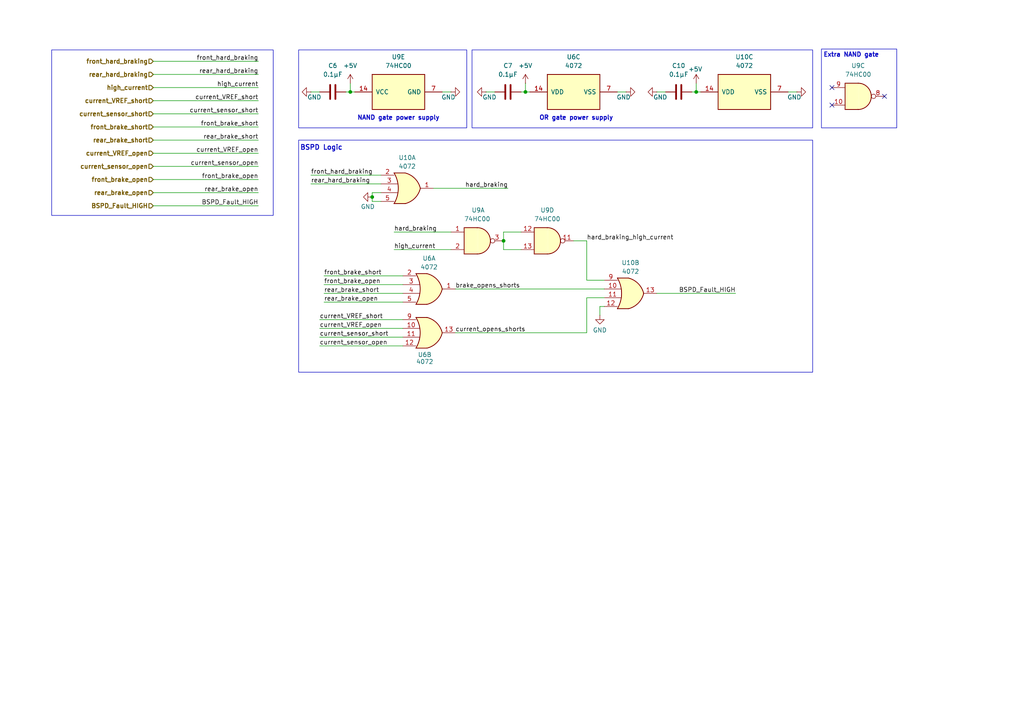
<source format=kicad_sch>
(kicad_sch (version 20231120) (generator "eeschema") (generator_version "8.0")
  (paper "A4")
  (lib_symbols
    (symbol "4xxx:4072" (pin_names (offset 1.016))
      (property "Reference" "U" (at 0 1.27 0))
      (property "Value" "4072" (at 0 -1.27 0))
      (symbol "4072_1_1"
        (arc (start -3.81 -4.445) (mid -2.5908 0) (end -3.81 4.445) (stroke (width 0.254)))
        (arc (start -0.6096 -4.445) (mid 2.2246 -2.8422) (end 3.81 0) (stroke (width 0.254)) (fill (type background)))
        (polyline (pts (xy -3.81 -4.445) (xy -0.635 -4.445)) (stroke (width 0.254)) (fill (type background)))
        (polyline (pts (xy -3.81 4.445) (xy -0.635 4.445)) (stroke (width 0.254)) (fill (type background)))
        (polyline (pts (xy -0.635 4.445) (xy -3.81 4.445) (xy -3.81 4.445) (xy -3.6322 4.0894) (xy -3.0988 2.921) (xy -2.7686 1.6764) (xy -2.6162 0.4318) (xy -2.6416 -0.8636) (xy -2.8702 -2.1082) (xy -3.2512 -3.3274) (xy -3.81 -4.445) (xy -3.81 -4.445) (xy -0.635 -4.445)) (stroke (width -25.4)) (fill (type background)))
        (arc (start 3.81 0) (mid 2.2204 2.8379) (end -0.6096 4.445) (stroke (width 0.254)) (fill (type background)))
        (pin output line (at 7.62 0 180) (length 3.81) (name "~") (number "1"))
        (pin input line (at -7.62 3.81 0) (length 3.81) (name "~") (number "2"))
        (pin input line (at -7.62 1.27 0) (length 4.826) (name "~") (number "3"))
        (pin input line (at -7.62 -1.27 0) (length 4.826) (name "~") (number "4"))
        (pin input line (at -7.62 -3.81 0) (length 3.81) (name "~") (number "5"))
      )
      (symbol "4072_1_2"
        (arc (start -0.635 -4.445) (mid 3.7907 0) (end -0.635 4.445) (stroke (width 0.254)) (fill (type background)))
        (polyline (pts (xy -0.635 4.445) (xy -3.81 4.445) (xy -3.81 -4.445) (xy -0.635 -4.445)) (stroke (width 0.254)) (fill (type background)))
        (pin output inverted (at 7.62 0 180) (length 3.81) (name "~") (number "1"))
        (pin input inverted (at -7.62 3.81 0) (length 3.81) (name "~") (number "2"))
        (pin input inverted (at -7.62 1.27 0) (length 3.81) (name "~") (number "3"))
        (pin input inverted (at -7.62 -1.27 0) (length 3.81) (name "~") (number "4"))
        (pin input inverted (at -7.62 -3.81 0) (length 3.81) (name "~") (number "5"))
      )
      (symbol "4072_2_1"
        (arc (start -3.81 -4.445) (mid -2.5908 0) (end -3.81 4.445) (stroke (width 0.254)))
        (arc (start -0.6096 -4.445) (mid 2.2246 -2.8422) (end 3.81 0) (stroke (width 0.254)) (fill (type background)))
        (polyline (pts (xy -3.81 -4.445) (xy -0.635 -4.445)) (stroke (width 0.254)) (fill (type background)))
        (polyline (pts (xy -3.81 4.445) (xy -0.635 4.445)) (stroke (width 0.254)) (fill (type background)))
        (polyline (pts (xy -0.635 4.445) (xy -3.81 4.445) (xy -3.81 4.445) (xy -3.6322 4.0894) (xy -3.0988 2.921) (xy -2.7686 1.6764) (xy -2.6162 0.4318) (xy -2.6416 -0.8636) (xy -2.8702 -2.1082) (xy -3.2512 -3.3274) (xy -3.81 -4.445) (xy -3.81 -4.445) (xy -0.635 -4.445)) (stroke (width -25.4)) (fill (type background)))
        (arc (start 3.81 0) (mid 2.2204 2.8379) (end -0.6096 4.445) (stroke (width 0.254)) (fill (type background)))
        (pin input line (at -7.62 1.27 0) (length 4.826) (name "~") (number "10"))
        (pin input line (at -7.62 -1.27 0) (length 4.826) (name "~") (number "11"))
        (pin input line (at -7.62 -3.81 0) (length 3.81) (name "~") (number "12"))
        (pin output line (at 7.62 0 180) (length 3.81) (name "~") (number "13"))
        (pin input line (at -7.62 3.81 0) (length 3.81) (name "~") (number "9"))
      )
      (symbol "4072_2_2"
        (arc (start -0.635 -4.445) (mid 3.7907 0) (end -0.635 4.445) (stroke (width 0.254)) (fill (type background)))
        (polyline (pts (xy -0.635 4.445) (xy -3.81 4.445) (xy -3.81 -4.445) (xy -0.635 -4.445)) (stroke (width 0.254)) (fill (type background)))
        (pin input inverted (at -7.62 1.27 0) (length 3.81) (name "~") (number "10"))
        (pin input inverted (at -7.62 -1.27 0) (length 3.81) (name "~") (number "11"))
        (pin input inverted (at -7.62 -3.81 0) (length 3.81) (name "~") (number "12"))
        (pin output inverted (at 7.62 0 180) (length 3.81) (name "~") (number "13"))
        (pin input inverted (at -7.62 3.81 0) (length 3.81) (name "~") (number "9"))
      )
      (symbol "4072_3_0"
        (pin power_in line (at 0 12.7 270) (length 5.08) (name "VDD") (number "14"))
        (pin power_in line (at 0 -12.7 90) (length 5.08) (name "VSS") (number "7"))
      )
      (symbol "4072_3_1"
        (rectangle (start -5.08 7.62) (end 5.08 -7.62) (stroke (width 0.254)) (fill (type background)))
      )
    )
    (symbol "74xx:74HC00" (pin_names (offset 1.016))
      (property "Reference" "U" (at 0 1.27 0))
      (property "Value" "74HC00" (at 0 -1.27 0))
      (symbol "74HC00_1_1"
        (arc (start 0 -3.81) (mid 3.7934 0) (end 0 3.81) (stroke (width 0.254)) (fill (type background)))
        (polyline (pts (xy 0 3.81) (xy -3.81 3.81) (xy -3.81 -3.81) (xy 0 -3.81)) (stroke (width 0.254)) (fill (type background)))
        (pin input line (at -7.62 2.54 0) (length 3.81) (name "~") (number "1"))
        (pin input line (at -7.62 -2.54 0) (length 3.81) (name "~") (number "2"))
        (pin output inverted (at 7.62 0 180) (length 3.81) (name "~") (number "3"))
      )
      (symbol "74HC00_1_2"
        (arc (start -3.81 -3.81) (mid -2.589 0) (end -3.81 3.81) (stroke (width 0.254)))
        (arc (start -0.6096 -3.81) (mid 2.1842 -2.5851) (end 3.81 0) (stroke (width 0.254)) (fill (type background)))
        (polyline (pts (xy -3.81 -3.81) (xy -0.635 -3.81)) (stroke (width 0.254)) (fill (type background)))
        (polyline (pts (xy -3.81 3.81) (xy -0.635 3.81)) (stroke (width 0.254)) (fill (type background)))
        (polyline (pts (xy -0.635 3.81) (xy -3.81 3.81) (xy -3.81 3.81) (xy -3.556 3.4036) (xy -3.0226 2.2606) (xy -2.6924 1.0414) (xy -2.6162 -0.254) (xy -2.7686 -1.4986) (xy -3.175 -2.7178) (xy -3.81 -3.81) (xy -3.81 -3.81) (xy -0.635 -3.81)) (stroke (width -25.4)) (fill (type background)))
        (arc (start 3.81 0) (mid 2.1915 2.5936) (end -0.6096 3.81) (stroke (width 0.254)) (fill (type background)))
        (pin input inverted (at -7.62 2.54 0) (length 4.318) (name "~") (number "1"))
        (pin input inverted (at -7.62 -2.54 0) (length 4.318) (name "~") (number "2"))
        (pin output line (at 7.62 0 180) (length 3.81) (name "~") (number "3"))
      )
      (symbol "74HC00_2_1"
        (arc (start 0 -3.81) (mid 3.7934 0) (end 0 3.81) (stroke (width 0.254)) (fill (type background)))
        (polyline (pts (xy 0 3.81) (xy -3.81 3.81) (xy -3.81 -3.81) (xy 0 -3.81)) (stroke (width 0.254)) (fill (type background)))
        (pin input line (at -7.62 2.54 0) (length 3.81) (name "~") (number "4"))
        (pin input line (at -7.62 -2.54 0) (length 3.81) (name "~") (number "5"))
        (pin output inverted (at 7.62 0 180) (length 3.81) (name "~") (number "6"))
      )
      (symbol "74HC00_2_2"
        (arc (start -3.81 -3.81) (mid -2.589 0) (end -3.81 3.81) (stroke (width 0.254)))
        (arc (start -0.6096 -3.81) (mid 2.1842 -2.5851) (end 3.81 0) (stroke (width 0.254)) (fill (type background)))
        (polyline (pts (xy -3.81 -3.81) (xy -0.635 -3.81)) (stroke (width 0.254)) (fill (type background)))
        (polyline (pts (xy -3.81 3.81) (xy -0.635 3.81)) (stroke (width 0.254)) (fill (type background)))
        (polyline (pts (xy -0.635 3.81) (xy -3.81 3.81) (xy -3.81 3.81) (xy -3.556 3.4036) (xy -3.0226 2.2606) (xy -2.6924 1.0414) (xy -2.6162 -0.254) (xy -2.7686 -1.4986) (xy -3.175 -2.7178) (xy -3.81 -3.81) (xy -3.81 -3.81) (xy -0.635 -3.81)) (stroke (width -25.4)) (fill (type background)))
        (arc (start 3.81 0) (mid 2.1915 2.5936) (end -0.6096 3.81) (stroke (width 0.254)) (fill (type background)))
        (pin input inverted (at -7.62 2.54 0) (length 4.318) (name "~") (number "4"))
        (pin input inverted (at -7.62 -2.54 0) (length 4.318) (name "~") (number "5"))
        (pin output line (at 7.62 0 180) (length 3.81) (name "~") (number "6"))
      )
      (symbol "74HC00_3_1"
        (arc (start 0 -3.81) (mid 3.7934 0) (end 0 3.81) (stroke (width 0.254)) (fill (type background)))
        (polyline (pts (xy 0 3.81) (xy -3.81 3.81) (xy -3.81 -3.81) (xy 0 -3.81)) (stroke (width 0.254)) (fill (type background)))
        (pin input line (at -7.62 -2.54 0) (length 3.81) (name "~") (number "10"))
        (pin output inverted (at 7.62 0 180) (length 3.81) (name "~") (number "8"))
        (pin input line (at -7.62 2.54 0) (length 3.81) (name "~") (number "9"))
      )
      (symbol "74HC00_3_2"
        (arc (start -3.81 -3.81) (mid -2.589 0) (end -3.81 3.81) (stroke (width 0.254)))
        (arc (start -0.6096 -3.81) (mid 2.1842 -2.5851) (end 3.81 0) (stroke (width 0.254)) (fill (type background)))
        (polyline (pts (xy -3.81 -3.81) (xy -0.635 -3.81)) (stroke (width 0.254)) (fill (type background)))
        (polyline (pts (xy -3.81 3.81) (xy -0.635 3.81)) (stroke (width 0.254)) (fill (type background)))
        (polyline (pts (xy -0.635 3.81) (xy -3.81 3.81) (xy -3.81 3.81) (xy -3.556 3.4036) (xy -3.0226 2.2606) (xy -2.6924 1.0414) (xy -2.6162 -0.254) (xy -2.7686 -1.4986) (xy -3.175 -2.7178) (xy -3.81 -3.81) (xy -3.81 -3.81) (xy -0.635 -3.81)) (stroke (width -25.4)) (fill (type background)))
        (arc (start 3.81 0) (mid 2.1915 2.5936) (end -0.6096 3.81) (stroke (width 0.254)) (fill (type background)))
        (pin input inverted (at -7.62 -2.54 0) (length 4.318) (name "~") (number "10"))
        (pin output line (at 7.62 0 180) (length 3.81) (name "~") (number "8"))
        (pin input inverted (at -7.62 2.54 0) (length 4.318) (name "~") (number "9"))
      )
      (symbol "74HC00_4_1"
        (arc (start 0 -3.81) (mid 3.7934 0) (end 0 3.81) (stroke (width 0.254)) (fill (type background)))
        (polyline (pts (xy 0 3.81) (xy -3.81 3.81) (xy -3.81 -3.81) (xy 0 -3.81)) (stroke (width 0.254)) (fill (type background)))
        (pin output inverted (at 7.62 0 180) (length 3.81) (name "~") (number "11"))
        (pin input line (at -7.62 2.54 0) (length 3.81) (name "~") (number "12"))
        (pin input line (at -7.62 -2.54 0) (length 3.81) (name "~") (number "13"))
      )
      (symbol "74HC00_4_2"
        (arc (start -3.81 -3.81) (mid -2.589 0) (end -3.81 3.81) (stroke (width 0.254)))
        (arc (start -0.6096 -3.81) (mid 2.1842 -2.5851) (end 3.81 0) (stroke (width 0.254)) (fill (type background)))
        (polyline (pts (xy -3.81 -3.81) (xy -0.635 -3.81)) (stroke (width 0.254)) (fill (type background)))
        (polyline (pts (xy -3.81 3.81) (xy -0.635 3.81)) (stroke (width 0.254)) (fill (type background)))
        (polyline (pts (xy -0.635 3.81) (xy -3.81 3.81) (xy -3.81 3.81) (xy -3.556 3.4036) (xy -3.0226 2.2606) (xy -2.6924 1.0414) (xy -2.6162 -0.254) (xy -2.7686 -1.4986) (xy -3.175 -2.7178) (xy -3.81 -3.81) (xy -3.81 -3.81) (xy -0.635 -3.81)) (stroke (width -25.4)) (fill (type background)))
        (arc (start 3.81 0) (mid 2.1915 2.5936) (end -0.6096 3.81) (stroke (width 0.254)) (fill (type background)))
        (pin output line (at 7.62 0 180) (length 3.81) (name "~") (number "11"))
        (pin input inverted (at -7.62 2.54 0) (length 4.318) (name "~") (number "12"))
        (pin input inverted (at -7.62 -2.54 0) (length 4.318) (name "~") (number "13"))
      )
      (symbol "74HC00_5_0"
        (pin power_in line (at 0 12.7 270) (length 5.08) (name "VCC") (number "14"))
        (pin power_in line (at 0 -12.7 90) (length 5.08) (name "GND") (number "7"))
      )
      (symbol "74HC00_5_1"
        (rectangle (start -5.08 7.62) (end 5.08 -7.62) (stroke (width 0.254)) (fill (type background)))
      )
    )
    (symbol "Device:C" (pin_numbers hide) (pin_names (offset 0.254))
      (property "Reference" "C" (at 0.635 2.54 0))
      (property "Value" "C" (at 0.635 -2.54 0))
      (symbol "C_0_1"
        (polyline (pts (xy -2.032 -0.762) (xy 2.032 -0.762)) (stroke (width 0.508)))
        (polyline (pts (xy -2.032 0.762) (xy 2.032 0.762)) (stroke (width 0.508)))
      )
      (symbol "C_1_1"
        (pin passive line (at 0 3.81 270) (length 2.794) (name "~") (number "1"))
        (pin passive line (at 0 -3.81 90) (length 2.794) (name "~") (number "2"))
      )
    )
    (symbol "power:+5V" (power) (pin_numbers hide) (pin_names (offset 0) hide)
      (property "Value" "+5V" (at 0 3.556 0))
      (symbol "+5V_0_1"
        (polyline (pts (xy -0.762 1.27) (xy 0 2.54)))
        (polyline (pts (xy 0 0) (xy 0 2.54)))
        (polyline (pts (xy 0 2.54) (xy 0.762 1.27)))
      )
      (symbol "+5V_1_1"
        (pin power_in line (at 0 0 90) (length 0) (name "~") (number "1"))
      )
    )
    (symbol "power:GND" (power) (pin_numbers hide) (pin_names (offset 0) hide)
      (property "Value" "GND" (at 0 -3.81 0))
      (symbol "GND_0_1"
        (polyline (pts (xy 0 0) (xy 0 -1.27) (xy 1.27 -1.27) (xy 0 -2.54) (xy -1.27 -1.27) (xy 0 -1.27)))
      )
      (symbol "GND_1_1"
        (pin power_in line (at 0 0 270) (length 0) (name "~") (number "1"))
      )
    )
  )
  (junction (at 107.95 57.15))
  (junction (at 101.6 26.67))
  (junction (at 201.93 26.67))
  (junction (at 146.05 69.85))
  (junction (at 152.4 26.67))
  (no_connect (at 241.3 30.48))
  (no_connect (at 241.3 25.4))
  (no_connect (at 256.54 27.94))
  (wire (pts (xy 44.45 52.07) (xy 74.93 52.07)))
  (wire (pts (xy 140.97 26.67) (xy 143.51 26.67)))
  (wire (pts (xy 44.45 40.64) (xy 74.93 40.64)))
  (wire (pts (xy 44.45 33.02) (xy 74.93 33.02)))
  (wire (pts (xy 92.71 100.33) (xy 116.84 100.33)))
  (wire (pts (xy 107.95 58.42) (xy 107.95 57.15)))
  (wire (pts (xy 90.17 53.34) (xy 110.49 53.34)))
  (wire (pts (xy 170.18 69.85) (xy 170.18 81.28)))
  (wire (pts (xy 114.3 67.31) (xy 130.81 67.31)))
  (wire (pts (xy 151.13 67.31) (xy 146.05 67.31)))
  (wire (pts (xy 93.98 82.55) (xy 116.84 82.55)))
  (wire (pts (xy 125.73 54.61) (xy 147.32 54.61)))
  (wire (pts (xy 170.18 81.28) (xy 175.26 81.28)))
  (wire (pts (xy 175.26 88.9) (xy 173.99 88.9)))
  (wire (pts (xy 166.37 69.85) (xy 170.18 69.85)))
  (wire (pts (xy 44.45 48.26) (xy 74.93 48.26)))
  (wire (pts (xy 128.27 26.67) (xy 130.81 26.67)))
  (wire (pts (xy 170.18 86.36) (xy 175.26 86.36)))
  (wire (pts (xy 93.98 85.09) (xy 116.84 85.09)))
  (wire (pts (xy 110.49 58.42) (xy 107.95 58.42)))
  (wire (pts (xy 101.6 24.13) (xy 101.6 26.67)))
  (wire (pts (xy 44.45 25.4) (xy 74.93 25.4)))
  (wire (pts (xy 44.45 44.45) (xy 74.93 44.45)))
  (wire (pts (xy 107.95 55.88) (xy 107.95 57.15)))
  (wire (pts (xy 114.3 72.39) (xy 130.81 72.39)))
  (wire (pts (xy 152.4 24.13) (xy 152.4 26.67)))
  (wire (pts (xy 90.17 50.8) (xy 110.49 50.8)))
  (wire (pts (xy 44.45 59.69) (xy 74.93 59.69)))
  (wire (pts (xy 151.13 26.67) (xy 152.4 26.67)))
  (wire (pts (xy 92.71 92.71) (xy 116.84 92.71)))
  (wire (pts (xy 93.98 87.63) (xy 116.84 87.63)))
  (wire (pts (xy 201.93 26.67) (xy 203.2 26.67)))
  (wire (pts (xy 44.45 55.88) (xy 74.93 55.88)))
  (wire (pts (xy 146.05 67.31) (xy 146.05 69.85)))
  (wire (pts (xy 93.98 80.01) (xy 116.84 80.01)))
  (wire (pts (xy 110.49 55.88) (xy 107.95 55.88)))
  (wire (pts (xy 44.45 36.83) (xy 74.93 36.83)))
  (wire (pts (xy 228.6 26.67) (xy 231.14 26.67)))
  (wire (pts (xy 44.45 17.78) (xy 74.93 17.78)))
  (wire (pts (xy 44.45 29.21) (xy 74.93 29.21)))
  (wire (pts (xy 146.05 69.85) (xy 146.05 72.39)))
  (wire (pts (xy 173.99 88.9) (xy 173.99 91.44)))
  (wire (pts (xy 44.45 21.59) (xy 74.93 21.59)))
  (wire (pts (xy 100.33 26.67) (xy 101.6 26.67)))
  (wire (pts (xy 181.61 26.67) (xy 179.07 26.67)))
  (wire (pts (xy 152.4 26.67) (xy 153.67 26.67)))
  (wire (pts (xy 190.5 26.67) (xy 193.04 26.67)))
  (wire (pts (xy 146.05 72.39) (xy 151.13 72.39)))
  (wire (pts (xy 132.08 83.82) (xy 175.26 83.82)))
  (wire (pts (xy 92.71 95.25) (xy 116.84 95.25)))
  (wire (pts (xy 90.17 26.67) (xy 92.71 26.67)))
  (wire (pts (xy 132.08 96.52) (xy 170.18 96.52)))
  (wire (pts (xy 170.18 96.52) (xy 170.18 86.36)))
  (wire (pts (xy 200.66 26.67) (xy 201.93 26.67)))
  (wire (pts (xy 201.93 24.13) (xy 201.93 26.67)))
  (wire (pts (xy 92.71 97.79) (xy 116.84 97.79)))
  (wire (pts (xy 101.6 26.67) (xy 102.87 26.67)))
  (wire (pts (xy 213.36 85.09) (xy 190.5 85.09)))
  (rectangle (start 238.252 14.224) (end 260.096 37.084))
  (rectangle (start 136.906 14.478) (end 235.712 37.084))
  (rectangle (start 86.614 14.478) (end 135.382 37.084))
  (rectangle (start 86.614 40.64) (end 235.712 107.95))
  (rectangle (start 14.986 14.478) (end 79.248 62.484))
  (text "BSPD Logic" (at 93.218 42.926 0) (effects (font (size 1.397 1.397) (thickness 0.254) (bold yes))))
  (text "Extra NAND gate" (at 246.888 16.002 0) (effects (font (size 1.27 1.27) (thickness 0.254) (bold yes))))
  (text "OR gate power supply" (at 167.132 34.29 0) (effects (font (size 1.27 1.27) (thickness 0.254) (bold yes))))
  (text "NAND gate power supply" (at 115.57 34.29 0) (effects (font (size 1.27 1.27) (thickness 0.254) (bold yes))))
  (label "front_brake_short" (at 93.98 80.01 0) (effects (font (thickness 0.1588))))
  (label "current_VREF_short" (at 74.93 29.21 180) (effects (font (thickness 0.1588))))
  (label "front_brake_open" (at 74.93 52.07 180))
  (label "BSPD_Fault_HIGH" (at 74.93 59.69 180))
  (label "current_VREF_open" (at 92.71 95.25 0))
  (label "high_current" (at 114.3 72.39 0) (effects (font (thickness 0.1588))))
  (label "current_sensor_open" (at 74.93 48.26 180))
  (label "hard_braking" (at 114.3 67.31 0) (effects (font (thickness 0.1588))))
  (label "current_VREF_open" (at 74.93 44.45 180))
  (label "hard_braking" (at 147.32 54.61 180) (effects (font (thickness 0.1588))))
  (label "front_hard_braking" (at 90.17 50.8 0) (effects (font (thickness 0.1588))))
  (label "rear_hard_braking" (at 90.17 53.34 0) (effects (font (thickness 0.1588))))
  (label "current_VREF_short" (at 92.71 92.71 0) (effects (font (thickness 0.1588))))
  (label "current_opens_shorts" (at 132.08 96.52 0))
  (label "current_sensor_short" (at 92.71 97.79 0) (effects (font (thickness 0.1588))))
  (label "current_sensor_short" (at 74.93 33.02 180) (effects (font (thickness 0.1588))))
  (label "front_brake_open" (at 93.98 82.55 0))
  (label "rear_brake_open" (at 74.93 55.88 180))
  (label "brake_opens_shorts" (at 132.08 83.82 0))
  (label "front_hard_braking" (at 74.93 17.78 180) (effects (font (thickness 0.1588))))
  (label "rear_brake_open" (at 93.98 87.63 0))
  (label "front_brake_short" (at 74.93 36.83 180) (effects (font (thickness 0.1588))))
  (label "high_current" (at 74.93 25.4 180) (effects (font (thickness 0.1588))))
  (label "current_sensor_open" (at 92.71 100.33 0))
  (label "BSPD_Fault_HIGH" (at 213.36 85.09 180))
  (label "rear_brake_short" (at 74.93 40.64 180))
  (label "hard_braking_high_current" (at 170.18 69.85 0))
  (label "rear_hard_braking" (at 74.93 21.59 180) (effects (font (thickness 0.1588))))
  (label "rear_brake_short" (at 93.98 85.09 0))
  (hierarchical_label "BSPD_Fault_HIGH" (shape input) (at 44.45 59.69 180) (effects (font (thickness 0.254) (bold yes))))
  (hierarchical_label "rear_hard_braking" (shape input) (at 44.45 21.59 180) (effects (font (thickness 0.254) (bold yes))))
  (hierarchical_label "rear_brake_short" (shape input) (at 44.45 40.64 180) (effects (font (thickness 0.254) (bold yes))))
  (hierarchical_label "front_brake_short" (shape input) (at 44.45 36.83 180) (effects (font (thickness 0.254) (bold yes))))
  (hierarchical_label "current_sensor_open" (shape input) (at 44.45 48.26 180) (effects (font (thickness 0.254) (bold yes))))
  (hierarchical_label "current_VREF_open" (shape input) (at 44.45 44.45 180) (effects (font (thickness 0.254) (bold yes))))
  (hierarchical_label "rear_brake_open" (shape input) (at 44.45 55.88 180) (effects (font (thickness 0.254) (bold yes))))
  (hierarchical_label "current_sensor_short" (shape input) (at 44.45 33.02 180) (effects (font (thickness 0.254) (bold yes))))
  (hierarchical_label "current_VREF_short" (shape input) (at 44.45 29.21 180) (effects (font (thickness 0.254) (bold yes))))
  (hierarchical_label "front_brake_open" (shape input) (at 44.45 52.07 180) (effects (font (thickness 0.254) (bold yes))))
  (hierarchical_label "high_current" (shape input) (at 44.45 25.4 180) (effects (font (thickness 0.254) (bold yes))))
  (hierarchical_label "front_hard_braking" (shape input) (at 44.45 17.78 180) (effects (font (thickness 0.254) (bold yes))))
  (symbol (lib_id "power:GND") (at 140.97 26.67 270) (unit 1)
    (property "Reference" "#PWR055" (effects (hide yes)))
    (property "Value" "GND" (at 144.018 28.194 90) (effects (justify right)))
    (property "Description" "Power symbol creates a global label with name \"GND\" , ground" (effects (hide yes)))
  )
  (symbol (lib_id "74xx:74HC00") (at 115.57 26.67 90) (unit 5)
    (property "Reference" "U9" (at 115.57 16.51 90))
    (property "Value" "74HC00" (at 115.57 19.05 90))
    (property "Footprint" "Package_SO:SOIC-14_3.9x8.7mm_P1.27mm" (effects (hide yes)))
    (property "Datasheet" "http://www.ti.com/lit/gpn/sn74hc00" (effects (hide yes)))
    (property "Description" "quad 2-input NAND gate" (effects (hide yes)))
    (property "Digikey Link" "https://www.digikey.com/en/products/detail/texas-instruments/SN74HCS00DR/12342949?s=N4IgTCBcDaIMoDkDsAWAEgYTgBmwEQCUQBdAXyA" (effects (hide yes)))
    (property "Part Name" "NAND Gate" (effects (hide yes)))
  )
  (symbol (lib_id "power:+5V") (at 152.4 24.13 0) (unit 1)
    (property "Reference" "#PWR056" (effects (hide yes)))
    (property "Value" "+5V" (at 152.4 19.05 0))
    (property "Description" "Power symbol creates a global label with name \"+5V\"" (effects (hide yes)))
  )
  (symbol (lib_id "74xx:74HC00") (at 138.43 69.85 0) (unit 1)
    (property "Reference" "U9" (at 138.684 60.96 0))
    (property "Value" "74HC00" (at 138.4217 63.5 0))
    (property "Footprint" "Package_SO:SOIC-14_3.9x8.7mm_P1.27mm" (effects (hide yes)))
    (property "Datasheet" "http://www.ti.com/lit/gpn/sn74hc00" (effects (hide yes)))
    (property "Description" "quad 2-input NAND gate" (effects (hide yes)))
    (property "Digikey Link" "https://www.digikey.com/en/products/detail/texas-instruments/SN74HCS00DR/12342949?s=N4IgTCBcDaIMoDkDsAWAEgYTgBmwEQCUQBdAXyA" (effects (hide yes)))
    (property "Part Name" "NAND Gate" (effects (hide yes)))
  )
  (symbol (lib_id "power:GND") (at 130.81 26.67 90) (unit 1)
    (property "Reference" "#PWR054" (effects (hide yes)))
    (property "Value" "GND" (at 128.016 28.194 90) (effects (justify right)))
    (property "Description" "Power symbol creates a global label with name \"GND\" , ground" (effects (hide yes)))
  )
  (symbol (lib_id "power:+5V") (at 201.93 24.13 0) (unit 1)
    (property "Reference" "#PWR017" (effects (hide yes)))
    (property "Value" "+5V" (at 201.676 20.066 0))
    (property "Description" "Power symbol creates a global label with name \"+5V\"" (effects (hide yes)))
  )
  (symbol (lib_id "74xx:74HC00") (at 158.75 69.85 0) (unit 4)
    (property "Reference" "U9" (at 158.7417 60.96 0))
    (property "Value" "74HC00" (at 158.7417 63.5 0))
    (property "Footprint" "Package_SO:SOIC-14_3.9x8.7mm_P1.27mm" (effects (hide yes)))
    (property "Datasheet" "http://www.ti.com/lit/gpn/sn74hc00" (effects (hide yes)))
    (property "Description" "quad 2-input NAND gate" (effects (hide yes)))
    (property "Digikey Link" "https://www.digikey.com/en/products/detail/texas-instruments/SN74HCS00DR/12342949?s=N4IgTCBcDaIMoDkDsAWAEgYTgBmwEQCUQBdAXyA" (effects (hide yes)))
    (property "Part Name" "NAND Gate" (effects (hide yes)))
  )
  (symbol (lib_id "4xxx:4072") (at 124.46 96.52 0) (unit 2)
    (property "Reference" "U6" (at 123.19 102.87 0))
    (property "Value" "4072" (at 123.19 104.902 0))
    (property "Footprint" "Package_SO:SOIC-14_3.9x8.7mm_P1.27mm" (effects (hide yes)))
    (property "Datasheet" "http://www.intersil.com/content/dam/Intersil/documents/cd40/cd4071bms-72bms-75bms.pdf" (effects (hide yes)))
    (property "Description" "Dual 4 input OR gate" (effects (hide yes)))
    (property "Digikey Link" "https://www.digikey.com/en/products/detail/texas-instruments/CD4072BM96/1691320" (effects (hide yes)))
    (property "Part Name" "OR Gate" (effects (hide yes)))
  )
  (symbol (lib_id "Device:C") (at 196.85 26.67 90) (unit 1)
    (property "Reference" "C10" (at 196.85 19.05 90))
    (property "Value" "0.1μF" (at 196.85 21.59 90))
    (property "Footprint" "Capacitor_SMD:C_0805_2012Metric_Pad1.18x1.45mm_HandSolder" (effects (hide yes)))
    (property "Datasheet" "https://www.yageo.com/upload/media/product/productsearch/datasheet/mlcc/UPY-GPHC_X7R_6.3V-to-250V_24.pdf" (effects (hide yes)))
    (property "Description" "Unpolarized capacitor" (effects (hide yes)))
    (property "Digikey Link" "https://www.digikey.com/en/products/detail/yageo/CC0805KRX7R9BB104/302874" (effects (hide yes)))
    (property "Part Name" "Capacitor" (effects (hide yes)))
  )
  (symbol (lib_id "power:GND") (at 90.17 26.67 270) (unit 1)
    (property "Reference" "#PWR052" (effects (hide yes)))
    (property "Value" "GND" (at 93.218 28.194 90) (effects (justify right)))
    (property "Description" "Power symbol creates a global label with name \"GND\" , ground" (effects (hide yes)))
  )
  (symbol (lib_id "4xxx:4072") (at 182.88 85.09 0) (unit 2)
    (property "Reference" "U10" (at 182.88 76.2 0))
    (property "Value" "4072" (at 182.88 78.74 0))
    (property "Footprint" "Package_SO:SOIC-14_3.9x8.7mm_P1.27mm" (effects (hide yes)))
    (property "Datasheet" "http://www.intersil.com/content/dam/Intersil/documents/cd40/cd4071bms-72bms-75bms.pdf" (effects (hide yes)))
    (property "Description" "Dual 4 input OR gate" (effects (hide yes)))
    (property "Digikey Link" "https://www.digikey.com/en/products/detail/texas-instruments/CD4072BM96/1691320" (effects (hide yes)))
    (property "Part Name" "OR Gate" (effects (hide yes)))
  )
  (symbol (lib_id "power:GND") (at 231.14 26.67 90) (unit 1)
    (property "Reference" "#PWR015" (effects (hide yes)))
    (property "Value" "GND" (at 228.346 28.194 90) (effects (justify right)))
    (property "Description" "Power symbol creates a global label with name \"GND\" , ground" (effects (hide yes)))
  )
  (symbol (lib_id "Device:C") (at 96.52 26.67 90) (unit 1)
    (property "Reference" "C6" (at 96.52 19.05 90))
    (property "Value" "0.1μF" (at 96.52 21.59 90))
    (property "Footprint" "Capacitor_SMD:C_0805_2012Metric_Pad1.18x1.45mm_HandSolder" (effects (hide yes)))
    (property "Datasheet" "https://www.yageo.com/upload/media/product/productsearch/datasheet/mlcc/UPY-GPHC_X7R_6.3V-to-250V_24.pdf" (effects (hide yes)))
    (property "Description" "Unpolarized capacitor" (effects (hide yes)))
    (property "Digikey Link" "https://www.digikey.com/en/products/detail/yageo/CC0805KRX7R9BB104/302874" (effects (hide yes)))
    (property "Part Name" "Capacitor" (effects (hide yes)))
  )
  (symbol (lib_id "power:GND") (at 173.99 91.44 0) (unit 1)
    (property "Reference" "#PWR014" (effects (hide yes)))
    (property "Value" "GND" (at 176.022 95.758 0) (effects (justify right)))
    (property "Description" "Power symbol creates a global label with name \"GND\" , ground" (effects (hide yes)))
  )
  (symbol (lib_id "74xx:74HC00") (at 248.92 27.94 0) (unit 3)
    (property "Reference" "U9" (at 248.9117 19.05 0))
    (property "Value" "74HC00" (at 248.9117 21.59 0))
    (property "Footprint" "Package_SO:SOIC-14_3.9x8.7mm_P1.27mm" (effects (hide yes)))
    (property "Datasheet" "http://www.ti.com/lit/gpn/sn74hc00" (effects (hide yes)))
    (property "Description" "quad 2-input NAND gate" (effects (hide yes)))
    (property "Digikey Link" "https://www.digikey.com/en/products/detail/texas-instruments/SN74HCS00DR/12342949?s=N4IgTCBcDaIMoDkDsAWAEgYTgBmwEQCUQBdAXyA" (effects (hide yes)))
    (property "Part Name" "NAND Gate" (effects (hide yes)))
  )
  (symbol (lib_id "power:GND") (at 181.61 26.67 90) (unit 1)
    (property "Reference" "#PWR057" (effects (hide yes)))
    (property "Value" "GND" (at 178.816 28.194 90) (effects (justify right)))
    (property "Description" "Power symbol creates a global label with name \"GND\" , ground" (effects (hide yes)))
  )
  (symbol (lib_id "power:GND") (at 107.95 57.15 270) (unit 1)
    (property "Reference" "#PWR013" (effects (hide yes)))
    (property "Value" "GND" (at 108.712 59.944 90) (effects (justify right)))
    (property "Description" "Power symbol creates a global label with name \"GND\" , ground" (effects (hide yes)))
  )
  (symbol (lib_id "4xxx:4072") (at 124.46 83.82 0) (unit 1)
    (property "Reference" "U6" (at 124.46 74.93 0))
    (property "Value" "4072" (at 124.46 77.47 0))
    (property "Footprint" "Package_SO:SOIC-14_3.9x8.7mm_P1.27mm" (effects (hide yes)))
    (property "Datasheet" "http://www.intersil.com/content/dam/Intersil/documents/cd40/cd4071bms-72bms-75bms.pdf" (effects (hide yes)))
    (property "Description" "Dual 4 input OR gate" (effects (hide yes)))
    (property "Digikey Link" "https://www.digikey.com/en/products/detail/texas-instruments/CD4072BM96/1691320" (effects (hide yes)))
    (property "Part Name" "OR Gate" (effects (hide yes)))
  )
  (symbol (lib_id "4xxx:4072") (at 166.37 26.67 90) (unit 3)
    (property "Reference" "U6" (at 166.37 16.51 90))
    (property "Value" "4072" (at 166.37 19.05 90))
    (property "Footprint" "Package_SO:SOIC-14_3.9x8.7mm_P1.27mm" (effects (hide yes)))
    (property "Datasheet" "http://www.intersil.com/content/dam/Intersil/documents/cd40/cd4071bms-72bms-75bms.pdf" (effects (hide yes)))
    (property "Description" "Dual 4 input OR gate" (effects (hide yes)))
    (property "Digikey Link" "https://www.digikey.com/en/products/detail/texas-instruments/CD4072BM96/1691320" (effects (hide yes)))
    (property "Part Name" "OR Gate" (effects (hide yes)))
  )
  (symbol (lib_id "power:+5V") (at 101.6 24.13 0) (unit 1)
    (property "Reference" "#PWR053" (effects (hide yes)))
    (property "Value" "+5V" (at 101.6 19.05 0))
    (property "Description" "Power symbol creates a global label with name \"+5V\"" (effects (hide yes)))
  )
  (symbol (lib_id "Device:C") (at 147.32 26.67 90) (unit 1)
    (property "Reference" "C7" (at 147.32 19.05 90))
    (property "Value" "0.1μF" (at 147.32 21.59 90))
    (property "Footprint" "Capacitor_SMD:C_0805_2012Metric_Pad1.18x1.45mm_HandSolder" (effects (hide yes)))
    (property "Datasheet" "https://www.yageo.com/upload/media/product/productsearch/datasheet/mlcc/UPY-GPHC_X7R_6.3V-to-250V_24.pdf" (effects (hide yes)))
    (property "Description" "Unpolarized capacitor" (effects (hide yes)))
    (property "Digikey Link" "https://www.digikey.com/en/products/detail/yageo/CC0805KRX7R9BB104/302874" (effects (hide yes)))
    (property "Part Name" "Capacitor" (effects (hide yes)))
  )
  (symbol (lib_id "4xxx:4072") (at 118.11 54.61 0) (unit 1)
    (property "Reference" "U10" (at 118.11 45.72 0))
    (property "Value" "4072" (at 118.11 48.26 0))
    (property "Footprint" "Package_SO:SOIC-14_3.9x8.7mm_P1.27mm" (effects (hide yes)))
    (property "Datasheet" "http://www.intersil.com/content/dam/Intersil/documents/cd40/cd4071bms-72bms-75bms.pdf" (effects (hide yes)))
    (property "Description" "Dual 4 input OR gate" (effects (hide yes)))
    (property "Digikey Link" "https://www.digikey.com/en/products/detail/texas-instruments/CD4072BM96/1691320" (effects (hide yes)))
    (property "Part Name" "OR Gate" (effects (hide yes)))
  )
  (symbol (lib_id "4xxx:4072") (at 215.9 26.67 90) (unit 3)
    (property "Reference" "U10" (at 215.9 16.51 90))
    (property "Value" "4072" (at 215.9 19.05 90))
    (property "Footprint" "Package_SO:SOIC-14_3.9x8.7mm_P1.27mm" (effects (hide yes)))
    (property "Datasheet" "http://www.intersil.com/content/dam/Intersil/documents/cd40/cd4071bms-72bms-75bms.pdf" (effects (hide yes)))
    (property "Description" "Dual 4 input OR gate" (effects (hide yes)))
    (property "Digikey Link" "https://www.digikey.com/en/products/detail/texas-instruments/CD4072BM96/1691320" (effects (hide yes)))
    (property "Part Name" "OR Gate" (effects (hide yes)))
  )
  (symbol (lib_id "power:GND") (at 190.5 26.67 270) (unit 1)
    (property "Reference" "#PWR016" (effects (hide yes)))
    (property "Value" "GND" (at 193.548 28.194 90) (effects (justify right)))
    (property "Description" "Power symbol creates a global label with name \"GND\" , ground" (effects (hide yes)))
  )
)
</source>
